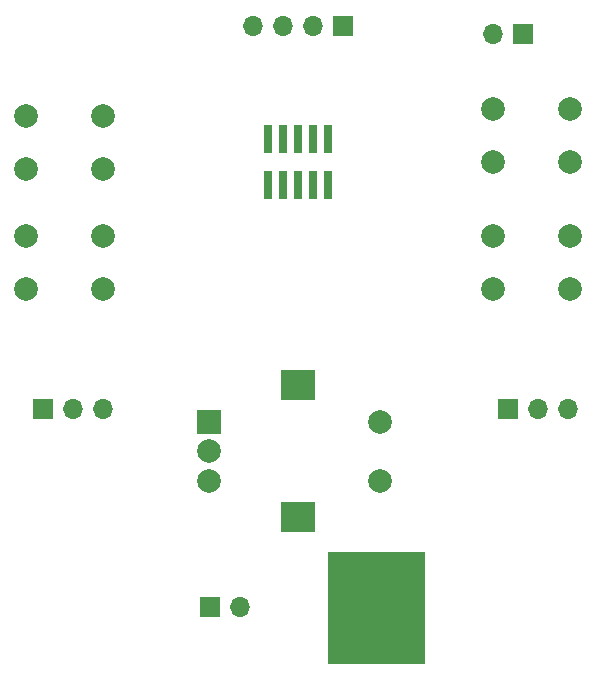
<source format=gbr>
%TF.GenerationSoftware,KiCad,Pcbnew,7.0.1-3b83917a11~172~ubuntu22.04.1*%
%TF.CreationDate,2023-06-11T16:35:38+01:00*%
%TF.ProjectId,lfo_expression_pedal,6c666f5f-6578-4707-9265-7373696f6e5f,rev?*%
%TF.SameCoordinates,Original*%
%TF.FileFunction,Soldermask,Bot*%
%TF.FilePolarity,Negative*%
%FSLAX46Y46*%
G04 Gerber Fmt 4.6, Leading zero omitted, Abs format (unit mm)*
G04 Created by KiCad (PCBNEW 7.0.1-3b83917a11~172~ubuntu22.04.1) date 2023-06-11 16:35:38*
%MOMM*%
%LPD*%
G01*
G04 APERTURE LIST*
%ADD10C,2.000000*%
%ADD11R,1.700000X1.700000*%
%ADD12O,1.700000X1.700000*%
%ADD13R,2.000000X2.000000*%
%ADD14R,3.000000X2.500000*%
%ADD15R,0.740000X2.400000*%
G04 APERTURE END LIST*
D10*
%TO.C,SW2*%
X163980000Y-78160000D03*
X157480000Y-78160000D03*
X163980000Y-73660000D03*
X157480000Y-73660000D03*
%TD*%
D11*
%TO.C,J2*%
X119380000Y-99060000D03*
D12*
X121920000Y-99060000D03*
X124460000Y-99060000D03*
%TD*%
D13*
%TO.C,SW6*%
X133466000Y-100116000D03*
D10*
X133466000Y-105116000D03*
X133466000Y-102616000D03*
D14*
X140966000Y-97016000D03*
X140966000Y-108216000D03*
D10*
X147966000Y-100116000D03*
X147966000Y-105116000D03*
%TD*%
%TO.C,SW1*%
X163980000Y-88900000D03*
X157480000Y-88900000D03*
X163980000Y-84400000D03*
X157480000Y-84400000D03*
%TD*%
%TO.C,SW4*%
X124460000Y-88900000D03*
X117960000Y-88900000D03*
X124460000Y-84400000D03*
X117960000Y-84400000D03*
%TD*%
%TO.C,SW3*%
X117960000Y-74240000D03*
X124460000Y-74240000D03*
X117960000Y-78740000D03*
X124460000Y-78740000D03*
%TD*%
D11*
%TO.C,J5*%
X144780000Y-66620000D03*
D12*
X142240000Y-66620000D03*
X139700000Y-66620000D03*
X137160000Y-66620000D03*
%TD*%
D11*
%TO.C,J4*%
X133523500Y-115824000D03*
D12*
X136063500Y-115824000D03*
%TD*%
D11*
%TO.C,J6*%
X158750000Y-99060000D03*
D12*
X161290000Y-99060000D03*
X163830000Y-99060000D03*
%TD*%
D11*
%TO.C,SW5*%
X160020000Y-67310000D03*
D12*
X157480000Y-67310000D03*
%TD*%
D15*
%TO.C,J1*%
X138430000Y-76200000D03*
X138430000Y-80100000D03*
X139700000Y-76200000D03*
X139700000Y-80100000D03*
X140970000Y-76200000D03*
X140970000Y-80100000D03*
X142240000Y-76200000D03*
X142240000Y-80100000D03*
X143510000Y-76200000D03*
X143510000Y-80100000D03*
%TD*%
G36*
X151703000Y-111141613D02*
G01*
X151748387Y-111187000D01*
X151765000Y-111249000D01*
X151765000Y-120526000D01*
X151748387Y-120588000D01*
X151703000Y-120633387D01*
X151641000Y-120650000D01*
X143634000Y-120650000D01*
X143572000Y-120633387D01*
X143526613Y-120588000D01*
X143510000Y-120526000D01*
X143510000Y-111249000D01*
X143526613Y-111187000D01*
X143572000Y-111141613D01*
X143634000Y-111125000D01*
X151641000Y-111125000D01*
X151703000Y-111141613D01*
G37*
M02*

</source>
